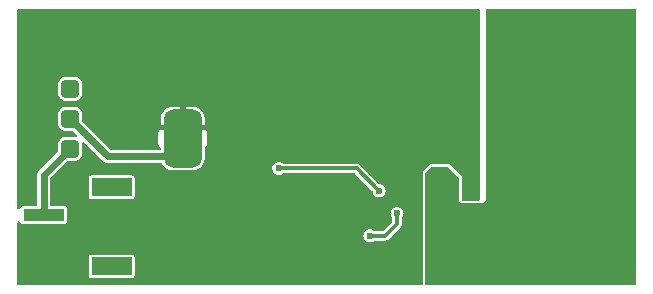
<source format=gbl>
G04 #@! TF.GenerationSoftware,KiCad,Pcbnew,(6.0.7)*
G04 #@! TF.CreationDate,2022-10-10T16:00:36+09:00*
G04 #@! TF.ProjectId,MainBoard,4d61696e-426f-4617-9264-2e6b69636164,rev?*
G04 #@! TF.SameCoordinates,Original*
G04 #@! TF.FileFunction,Copper,L2,Bot*
G04 #@! TF.FilePolarity,Positive*
%FSLAX46Y46*%
G04 Gerber Fmt 4.6, Leading zero omitted, Abs format (unit mm)*
G04 Created by KiCad (PCBNEW (6.0.7)) date 2022-10-10 16:00:36*
%MOMM*%
%LPD*%
G01*
G04 APERTURE LIST*
G04 Aperture macros list*
%AMRoundRect*
0 Rectangle with rounded corners*
0 $1 Rounding radius*
0 $2 $3 $4 $5 $6 $7 $8 $9 X,Y pos of 4 corners*
0 Add a 4 corners polygon primitive as box body*
4,1,4,$2,$3,$4,$5,$6,$7,$8,$9,$2,$3,0*
0 Add four circle primitives for the rounded corners*
1,1,$1+$1,$2,$3*
1,1,$1+$1,$4,$5*
1,1,$1+$1,$6,$7*
1,1,$1+$1,$8,$9*
0 Add four rect primitives between the rounded corners*
20,1,$1+$1,$2,$3,$4,$5,0*
20,1,$1+$1,$4,$5,$6,$7,0*
20,1,$1+$1,$6,$7,$8,$9,0*
20,1,$1+$1,$8,$9,$2,$3,0*%
G04 Aperture macros list end*
G04 #@! TA.AperFunction,ComponentPad*
%ADD10RoundRect,0.381000X0.381000X-0.381000X0.381000X0.381000X-0.381000X0.381000X-0.381000X-0.381000X0*%
G04 #@! TD*
G04 #@! TA.AperFunction,CastellatedPad*
%ADD11RoundRect,0.787500X-0.812500X-0.787500X0.812500X-0.787500X0.812500X0.787500X-0.812500X0.787500X0*%
G04 #@! TD*
G04 #@! TA.AperFunction,SMDPad,CuDef*
%ADD12R,3.500000X1.000000*%
G04 #@! TD*
G04 #@! TA.AperFunction,SMDPad,CuDef*
%ADD13R,3.400000X1.500000*%
G04 #@! TD*
G04 #@! TA.AperFunction,ViaPad*
%ADD14C,0.600000*%
G04 #@! TD*
G04 #@! TA.AperFunction,Conductor*
%ADD15C,0.600000*%
G04 #@! TD*
G04 #@! TA.AperFunction,Conductor*
%ADD16C,0.300000*%
G04 #@! TD*
G04 APERTURE END LIST*
D10*
X143764000Y-89154000D03*
X143764000Y-86614000D03*
X143764000Y-84074000D03*
D11*
X153314400Y-87400200D03*
X153314400Y-89155200D03*
D12*
X141530000Y-94758000D03*
X141530000Y-96758000D03*
D13*
X147280000Y-92408000D03*
X147280000Y-99108000D03*
D14*
X183388000Y-96647000D03*
X163957000Y-88265000D03*
X161442400Y-90805000D03*
X156083000Y-87249000D03*
X151638000Y-85344000D03*
X144526000Y-96901000D03*
X144526000Y-95250000D03*
X144526000Y-93599000D03*
X144526000Y-98552000D03*
X144526000Y-100203000D03*
X142367000Y-98806000D03*
X140208000Y-100203000D03*
X142367000Y-100203000D03*
X140208000Y-98806000D03*
X143256000Y-91440000D03*
X144780000Y-91440000D03*
X147320000Y-87884000D03*
X147320000Y-85598000D03*
X147320000Y-83312000D03*
X145542000Y-83312000D03*
X145542000Y-85598000D03*
X143764000Y-81915000D03*
X143764000Y-80010000D03*
X140208000Y-92964000D03*
X140208000Y-90932000D03*
X141732000Y-86360000D03*
X141732000Y-88900000D03*
X140208000Y-80010000D03*
X140208000Y-83820000D03*
X140208000Y-86360000D03*
X140208000Y-88900000D03*
X140208000Y-81915000D03*
X163957000Y-80010000D03*
X166116000Y-80010000D03*
X167894000Y-81280000D03*
X163957000Y-85598000D03*
X163957000Y-83312000D03*
X148717000Y-79756000D03*
X150368000Y-79756000D03*
X147066000Y-79756000D03*
X150368000Y-78232000D03*
X160274000Y-78232000D03*
X155194000Y-78232000D03*
X157734000Y-78232000D03*
X162560000Y-78232000D03*
X152654000Y-78232000D03*
X151638000Y-83185000D03*
X158750000Y-86106000D03*
X162052000Y-89408000D03*
X160401000Y-87757000D03*
X159385000Y-90805000D03*
X156083000Y-90805000D03*
X157734000Y-90805000D03*
X157734000Y-89027000D03*
X156083000Y-89027000D03*
X157734000Y-97663000D03*
X155194000Y-97663000D03*
X160274000Y-95123000D03*
X155194000Y-95123000D03*
X157734000Y-95123000D03*
X162814000Y-95123000D03*
X152654000Y-95123000D03*
X157734000Y-92583000D03*
X160274000Y-92583000D03*
X162814000Y-92583000D03*
X152654000Y-92583000D03*
X155194000Y-92583000D03*
X167487600Y-98298000D03*
X149860000Y-98933000D03*
X149860000Y-100203000D03*
X152273000Y-98425000D03*
X152273000Y-100203000D03*
X155194000Y-100203000D03*
X157734000Y-100203000D03*
X165100000Y-100203000D03*
X167386000Y-100203000D03*
X191008000Y-93853000D03*
X169291000Y-100203000D03*
X170561000Y-100203000D03*
X173228000Y-97663000D03*
X173228000Y-96520000D03*
X176784000Y-99949000D03*
X178181000Y-99949000D03*
X179578000Y-99949000D03*
X180975000Y-99949000D03*
X185115200Y-100203000D03*
X185166000Y-78740000D03*
X191008000Y-100203000D03*
X189738000Y-78740000D03*
X180594000Y-85598000D03*
X182880000Y-85598000D03*
X182880000Y-81026000D03*
X182880000Y-83312000D03*
X185089800Y-94742000D03*
X179705000Y-90678000D03*
X182880000Y-90678000D03*
X187198000Y-90424000D03*
X182880000Y-78740000D03*
X174498000Y-96901000D03*
X188976000Y-90424000D03*
X180594000Y-78740000D03*
X179705000Y-92075000D03*
X181102000Y-90678000D03*
X174599600Y-91084400D03*
X185115200Y-98552000D03*
X175564800Y-91084400D03*
X176530000Y-96901000D03*
X190119000Y-84582000D03*
X187833000Y-100203000D03*
X182880000Y-89027000D03*
X181102000Y-92075000D03*
X180594000Y-81026000D03*
X175514000Y-96901000D03*
X180594000Y-83312000D03*
X187756800Y-98501200D03*
X187452000Y-78740000D03*
X190119000Y-88138000D03*
X187833000Y-96621600D03*
X190119000Y-86360000D03*
X185115200Y-93218000D03*
X182880000Y-87249000D03*
X169164000Y-83185000D03*
X175006000Y-89662000D03*
X172720000Y-83312000D03*
X172720000Y-78740000D03*
X177673000Y-90678000D03*
X172720000Y-85598000D03*
X175006000Y-81026000D03*
X175006000Y-87630000D03*
X177673000Y-92075000D03*
X177292000Y-83312000D03*
X175006000Y-78740000D03*
X177292000Y-81026000D03*
X169164000Y-78486000D03*
X177292000Y-85598000D03*
X175006000Y-85598000D03*
X170942000Y-83185000D03*
X172720000Y-81026000D03*
X170942000Y-78486000D03*
X175006000Y-83312000D03*
X177292000Y-78740000D03*
X168325800Y-86029800D03*
X171450000Y-94615000D03*
X169164000Y-96520000D03*
X169926000Y-92710000D03*
D15*
X143764000Y-86614000D02*
X146939000Y-89789000D01*
X146939000Y-89789000D02*
X151765000Y-89789000D01*
D16*
X171450000Y-95504000D02*
X171450000Y-94615000D01*
X169164000Y-96520000D02*
X170434000Y-96520000D01*
X170434000Y-96520000D02*
X171450000Y-95504000D01*
D15*
X141530000Y-94758000D02*
X141530000Y-91388000D01*
X141530000Y-91388000D02*
X143764000Y-89154000D01*
D16*
X169926000Y-92710000D02*
X168021000Y-90805000D01*
X168021000Y-90805000D02*
X161442400Y-90805000D01*
G04 #@! TA.AperFunction,Conductor*
G36*
X191641621Y-77320502D02*
G01*
X191688114Y-77374158D01*
X191699500Y-77426500D01*
X191699500Y-100573500D01*
X191679498Y-100641621D01*
X191625842Y-100688114D01*
X191573500Y-100699500D01*
X173938200Y-100699500D01*
X173870079Y-100679498D01*
X173823586Y-100625842D01*
X173812200Y-100573500D01*
X173812200Y-91288990D01*
X173832202Y-91220869D01*
X173849105Y-91199895D01*
X174334095Y-90714905D01*
X174396407Y-90680879D01*
X174423190Y-90678000D01*
X175715810Y-90678000D01*
X175783931Y-90698002D01*
X175804905Y-90714905D01*
X176620095Y-91530095D01*
X176654121Y-91592407D01*
X176657000Y-91619190D01*
X176657000Y-93599000D01*
X176784000Y-93726000D01*
X178689000Y-93726000D01*
X178943000Y-93472000D01*
X178943000Y-77426500D01*
X178963002Y-77358379D01*
X179016658Y-77311886D01*
X179069000Y-77300500D01*
X191573500Y-77300500D01*
X191641621Y-77320502D01*
G37*
G04 #@! TD.AperFunction*
G04 #@! TA.AperFunction,Conductor*
G36*
X178377121Y-77320502D02*
G01*
X178423614Y-77374158D01*
X178435000Y-77426500D01*
X178435000Y-93419810D01*
X178414998Y-93487931D01*
X178398095Y-93508905D01*
X178344905Y-93562095D01*
X178282593Y-93596121D01*
X178255810Y-93599000D01*
X177090190Y-93599000D01*
X177022069Y-93578998D01*
X177001095Y-93562095D01*
X176947905Y-93508905D01*
X176913879Y-93446593D01*
X176911000Y-93419810D01*
X176911000Y-91440000D01*
X175895000Y-90424000D01*
X174244000Y-90424000D01*
X173659800Y-91008200D01*
X173659800Y-100573500D01*
X173639798Y-100641621D01*
X173586142Y-100688114D01*
X173533800Y-100699500D01*
X139426500Y-100699500D01*
X139358379Y-100679498D01*
X139311886Y-100625842D01*
X139300500Y-100573500D01*
X139300500Y-98332933D01*
X145325500Y-98332933D01*
X145325501Y-99883066D01*
X145340266Y-99957301D01*
X145396516Y-100041484D01*
X145480699Y-100097734D01*
X145554933Y-100112500D01*
X147279721Y-100112500D01*
X149005066Y-100112499D01*
X149040818Y-100105388D01*
X149067126Y-100100156D01*
X149067128Y-100100155D01*
X149079301Y-100097734D01*
X149089621Y-100090839D01*
X149089622Y-100090838D01*
X149153168Y-100048377D01*
X149163484Y-100041484D01*
X149219734Y-99957301D01*
X149234500Y-99883067D01*
X149234499Y-98332934D01*
X149219734Y-98258699D01*
X149163484Y-98174516D01*
X149079301Y-98118266D01*
X149005067Y-98103500D01*
X147280279Y-98103500D01*
X145554934Y-98103501D01*
X145519182Y-98110612D01*
X145492874Y-98115844D01*
X145492872Y-98115845D01*
X145480699Y-98118266D01*
X145470379Y-98125161D01*
X145470378Y-98125162D01*
X145409985Y-98165516D01*
X145396516Y-98174516D01*
X145340266Y-98258699D01*
X145325500Y-98332933D01*
X139300500Y-98332933D01*
X139300500Y-96520000D01*
X168604715Y-96520000D01*
X168623772Y-96664754D01*
X168626931Y-96672380D01*
X168661670Y-96756246D01*
X168679645Y-96799642D01*
X168701818Y-96828538D01*
X168760487Y-96904997D01*
X168768526Y-96915474D01*
X168775076Y-96920500D01*
X168775079Y-96920503D01*
X168877804Y-96999327D01*
X168884357Y-97004355D01*
X169019246Y-97060228D01*
X169164000Y-97079285D01*
X169172188Y-97078207D01*
X169300566Y-97061306D01*
X169308754Y-97060228D01*
X169443643Y-97004355D01*
X169513778Y-96950538D01*
X169579998Y-96924937D01*
X169590482Y-96924500D01*
X170498066Y-96924500D01*
X170507498Y-96921435D01*
X170507500Y-96921435D01*
X170519287Y-96917605D01*
X170538513Y-96912989D01*
X170550762Y-96911049D01*
X170560555Y-96909498D01*
X170580439Y-96899366D01*
X170598705Y-96891801D01*
X170610496Y-96887970D01*
X170619929Y-96884905D01*
X170637989Y-96871784D01*
X170654846Y-96861454D01*
X170674723Y-96851326D01*
X170697511Y-96828538D01*
X170697515Y-96828535D01*
X171758535Y-95767515D01*
X171758538Y-95767511D01*
X171781326Y-95744723D01*
X171791455Y-95724844D01*
X171801784Y-95707989D01*
X171809075Y-95697953D01*
X171814905Y-95689929D01*
X171821801Y-95668704D01*
X171829367Y-95650438D01*
X171834997Y-95639388D01*
X171839498Y-95630555D01*
X171842989Y-95608513D01*
X171847605Y-95589287D01*
X171851435Y-95577500D01*
X171851435Y-95577498D01*
X171854500Y-95568066D01*
X171854500Y-95041482D01*
X171874502Y-94973361D01*
X171880529Y-94964789D01*
X171934355Y-94894642D01*
X171990228Y-94759754D01*
X172009285Y-94615000D01*
X171990228Y-94470246D01*
X171934355Y-94335358D01*
X171858381Y-94236347D01*
X171850501Y-94226077D01*
X171850500Y-94226076D01*
X171845474Y-94219526D01*
X171838924Y-94214500D01*
X171838921Y-94214497D01*
X171736196Y-94135673D01*
X171736194Y-94135672D01*
X171729643Y-94130645D01*
X171594754Y-94074772D01*
X171450000Y-94055715D01*
X171441812Y-94056793D01*
X171313432Y-94073694D01*
X171313430Y-94073695D01*
X171305246Y-94074772D01*
X171257430Y-94094578D01*
X171177986Y-94127485D01*
X171177984Y-94127486D01*
X171170358Y-94130645D01*
X171054526Y-94219526D01*
X170965645Y-94335358D01*
X170909772Y-94470246D01*
X170890715Y-94615000D01*
X170909772Y-94759754D01*
X170965645Y-94894642D01*
X171019464Y-94964780D01*
X171045063Y-95030999D01*
X171045500Y-95041482D01*
X171045500Y-95284260D01*
X171025498Y-95352381D01*
X171008595Y-95373355D01*
X170303355Y-96078595D01*
X170241043Y-96112621D01*
X170214260Y-96115500D01*
X169590482Y-96115500D01*
X169522361Y-96095498D01*
X169513778Y-96089462D01*
X169450196Y-96040673D01*
X169450194Y-96040672D01*
X169443643Y-96035645D01*
X169308754Y-95979772D01*
X169164000Y-95960715D01*
X169155812Y-95961793D01*
X169027432Y-95978694D01*
X169027430Y-95978695D01*
X169019246Y-95979772D01*
X168971430Y-95999578D01*
X168891986Y-96032485D01*
X168891984Y-96032486D01*
X168884358Y-96035645D01*
X168768526Y-96124526D01*
X168679645Y-96240358D01*
X168623772Y-96375246D01*
X168604715Y-96520000D01*
X139300500Y-96520000D01*
X139300500Y-95405572D01*
X139320502Y-95337451D01*
X139374158Y-95290958D01*
X139444432Y-95280854D01*
X139509012Y-95310348D01*
X139539274Y-95352314D01*
X139540266Y-95357301D01*
X139596516Y-95441484D01*
X139680699Y-95497734D01*
X139754933Y-95512500D01*
X141529713Y-95512500D01*
X143305066Y-95512499D01*
X143340818Y-95505388D01*
X143367126Y-95500156D01*
X143367128Y-95500155D01*
X143379301Y-95497734D01*
X143389621Y-95490839D01*
X143389622Y-95490838D01*
X143453168Y-95448377D01*
X143463484Y-95441484D01*
X143519734Y-95357301D01*
X143534500Y-95283067D01*
X143534499Y-94232934D01*
X143519734Y-94158699D01*
X143504349Y-94135673D01*
X143470377Y-94084832D01*
X143463484Y-94074516D01*
X143379301Y-94018266D01*
X143305067Y-94003500D01*
X142210500Y-94003500D01*
X142142379Y-93983498D01*
X142095886Y-93929842D01*
X142084500Y-93877500D01*
X142084500Y-91669871D01*
X142095346Y-91632933D01*
X145325500Y-91632933D01*
X145325501Y-93183066D01*
X145340266Y-93257301D01*
X145347161Y-93267620D01*
X145347162Y-93267622D01*
X145387516Y-93328015D01*
X145396516Y-93341484D01*
X145480699Y-93397734D01*
X145554933Y-93412500D01*
X147279721Y-93412500D01*
X149005066Y-93412499D01*
X149040818Y-93405388D01*
X149067126Y-93400156D01*
X149067128Y-93400155D01*
X149079301Y-93397734D01*
X149089621Y-93390839D01*
X149089622Y-93390838D01*
X149153168Y-93348377D01*
X149163484Y-93341484D01*
X149219734Y-93257301D01*
X149234500Y-93183067D01*
X149234499Y-91632934D01*
X149219734Y-91558699D01*
X149163484Y-91474516D01*
X149079301Y-91418266D01*
X149005067Y-91403500D01*
X147280279Y-91403500D01*
X145554934Y-91403501D01*
X145519182Y-91410612D01*
X145492874Y-91415844D01*
X145492872Y-91415845D01*
X145480699Y-91418266D01*
X145470379Y-91425161D01*
X145470378Y-91425162D01*
X145455999Y-91434770D01*
X145396516Y-91474516D01*
X145340266Y-91558699D01*
X145325500Y-91632933D01*
X142095346Y-91632933D01*
X142104502Y-91601750D01*
X142121405Y-91580776D01*
X143494776Y-90207405D01*
X143557088Y-90173379D01*
X143583871Y-90170500D01*
X144178529Y-90170499D01*
X144209180Y-90170499D01*
X144228423Y-90168985D01*
X144238786Y-90168170D01*
X144238787Y-90168170D01*
X144245204Y-90167665D01*
X144251384Y-90165870D01*
X144251387Y-90165869D01*
X144391780Y-90125081D01*
X144391782Y-90125080D01*
X144399393Y-90122869D01*
X144537598Y-90041135D01*
X144651135Y-89927598D01*
X144732869Y-89789393D01*
X144735081Y-89781780D01*
X144775871Y-89641381D01*
X144775872Y-89641376D01*
X144777665Y-89635204D01*
X144780500Y-89599181D01*
X144780499Y-88718870D01*
X144800501Y-88650749D01*
X144854157Y-88604256D01*
X144924431Y-88594152D01*
X144989011Y-88623645D01*
X144995594Y-88629775D01*
X146536232Y-90170413D01*
X146539885Y-90174221D01*
X146570400Y-90207405D01*
X146582226Y-90220266D01*
X146589521Y-90224789D01*
X146589522Y-90224790D01*
X146619506Y-90243381D01*
X146629288Y-90250104D01*
X146645561Y-90262456D01*
X146664235Y-90276630D01*
X146672220Y-90279791D01*
X146672219Y-90279791D01*
X146678396Y-90282237D01*
X146698402Y-90292300D01*
X146704037Y-90295794D01*
X146704046Y-90295798D01*
X146711344Y-90300323D01*
X146719591Y-90302719D01*
X146753480Y-90312565D01*
X146764702Y-90316407D01*
X146805490Y-90332556D01*
X146819098Y-90333987D01*
X146820633Y-90334148D01*
X146842605Y-90338459D01*
X146857235Y-90342709D01*
X146868007Y-90343500D01*
X146903005Y-90343500D01*
X146916175Y-90344190D01*
X146930227Y-90345667D01*
X146948037Y-90347539D01*
X146956581Y-90348437D01*
X146975346Y-90345263D01*
X146996348Y-90343500D01*
X151455986Y-90343500D01*
X151524107Y-90363502D01*
X151572311Y-90421079D01*
X151574207Y-90425633D01*
X151579138Y-90437480D01*
X151582565Y-90442599D01*
X151582567Y-90442603D01*
X151660665Y-90559265D01*
X151692815Y-90607290D01*
X151837310Y-90751785D01*
X151842434Y-90755215D01*
X152001997Y-90862033D01*
X152002001Y-90862035D01*
X152007120Y-90865462D01*
X152012805Y-90867829D01*
X152012808Y-90867830D01*
X152185337Y-90939646D01*
X152195775Y-90943991D01*
X152201808Y-90945207D01*
X152201813Y-90945209D01*
X152322901Y-90969624D01*
X152396090Y-90984382D01*
X152400761Y-90984619D01*
X152400774Y-90984619D01*
X152402368Y-90984700D01*
X154226432Y-90984700D01*
X154228031Y-90984619D01*
X154228041Y-90984619D01*
X154228048Y-90984618D01*
X154232710Y-90984382D01*
X154305899Y-90969624D01*
X154426987Y-90945209D01*
X154426992Y-90945207D01*
X154433025Y-90943991D01*
X154443463Y-90939646D01*
X154615992Y-90867830D01*
X154615995Y-90867829D01*
X154621680Y-90865462D01*
X154626799Y-90862035D01*
X154626803Y-90862033D01*
X154711998Y-90805000D01*
X160883115Y-90805000D01*
X160902172Y-90949754D01*
X160905331Y-90957380D01*
X160933513Y-91025416D01*
X160958045Y-91084642D01*
X161046926Y-91200474D01*
X161053476Y-91205500D01*
X161053479Y-91205503D01*
X161151622Y-91280811D01*
X161162757Y-91289355D01*
X161297646Y-91345228D01*
X161442400Y-91364285D01*
X161450588Y-91363207D01*
X161578966Y-91346306D01*
X161587154Y-91345228D01*
X161722043Y-91289355D01*
X161767480Y-91254490D01*
X161792178Y-91235538D01*
X161858398Y-91209937D01*
X161868882Y-91209500D01*
X167801260Y-91209500D01*
X167869381Y-91229502D01*
X167890355Y-91246405D01*
X169338406Y-92694456D01*
X169372432Y-92756768D01*
X169374232Y-92767099D01*
X169385772Y-92854754D01*
X169441645Y-92989642D01*
X169530526Y-93105474D01*
X169537076Y-93110500D01*
X169537079Y-93110503D01*
X169639804Y-93189327D01*
X169646357Y-93194355D01*
X169763221Y-93242762D01*
X169768934Y-93245128D01*
X169781246Y-93250228D01*
X169926000Y-93269285D01*
X169934188Y-93268207D01*
X170062566Y-93251306D01*
X170070754Y-93250228D01*
X170083067Y-93245128D01*
X170088779Y-93242762D01*
X170205643Y-93194355D01*
X170212196Y-93189327D01*
X170314921Y-93110503D01*
X170314924Y-93110500D01*
X170321474Y-93105474D01*
X170410355Y-92989642D01*
X170466228Y-92854754D01*
X170485285Y-92710000D01*
X170466228Y-92565246D01*
X170410355Y-92430358D01*
X170321474Y-92314526D01*
X170314924Y-92309500D01*
X170314921Y-92309497D01*
X170212196Y-92230673D01*
X170212194Y-92230672D01*
X170205643Y-92225645D01*
X170070754Y-92169772D01*
X169983104Y-92158233D01*
X169918178Y-92129511D01*
X169910456Y-92122406D01*
X168284515Y-90496465D01*
X168284511Y-90496462D01*
X168261723Y-90473674D01*
X168241844Y-90463545D01*
X168224989Y-90453216D01*
X168214953Y-90445925D01*
X168206929Y-90440095D01*
X168185704Y-90433199D01*
X168167438Y-90425633D01*
X168164233Y-90424000D01*
X168147555Y-90415502D01*
X168125513Y-90412011D01*
X168106287Y-90407395D01*
X168094500Y-90403565D01*
X168094498Y-90403565D01*
X168085066Y-90400500D01*
X161868882Y-90400500D01*
X161800761Y-90380498D01*
X161792178Y-90374462D01*
X161728596Y-90325673D01*
X161728594Y-90325672D01*
X161722043Y-90320645D01*
X161587154Y-90264772D01*
X161442400Y-90245715D01*
X161434212Y-90246793D01*
X161305832Y-90263694D01*
X161305830Y-90263695D01*
X161297646Y-90264772D01*
X161281553Y-90271438D01*
X161170386Y-90317485D01*
X161170384Y-90317486D01*
X161162758Y-90320645D01*
X161132973Y-90343500D01*
X161054695Y-90403565D01*
X161046926Y-90409526D01*
X160958045Y-90525358D01*
X160902172Y-90660246D01*
X160883115Y-90805000D01*
X154711998Y-90805000D01*
X154786366Y-90755215D01*
X154791490Y-90751785D01*
X154935985Y-90607290D01*
X154968135Y-90559265D01*
X155046233Y-90442603D01*
X155046235Y-90442599D01*
X155049662Y-90437480D01*
X155054594Y-90425633D01*
X155125825Y-90254509D01*
X155128191Y-90248825D01*
X155129407Y-90242792D01*
X155129409Y-90242787D01*
X155167657Y-90053096D01*
X155168582Y-90048510D01*
X155168818Y-90043848D01*
X155168819Y-90043841D01*
X155168819Y-90043822D01*
X155168900Y-90042232D01*
X155168900Y-89106438D01*
X155188902Y-89038317D01*
X155228791Y-88999174D01*
X155232361Y-88996974D01*
X155243134Y-88991040D01*
X155264219Y-88980733D01*
X155274669Y-88975625D01*
X155282578Y-88967099D01*
X155285316Y-88965066D01*
X155287846Y-88962772D01*
X155297748Y-88956668D01*
X155304787Y-88947412D01*
X155304792Y-88947407D01*
X155319007Y-88928713D01*
X155326926Y-88919292D01*
X155342890Y-88902082D01*
X155350801Y-88893554D01*
X155355110Y-88882753D01*
X155356929Y-88879876D01*
X155358466Y-88876819D01*
X155365508Y-88867559D01*
X155375274Y-88833832D01*
X155379273Y-88822186D01*
X155392283Y-88789578D01*
X155392900Y-88783285D01*
X155392900Y-88780203D01*
X155393050Y-88777133D01*
X155393166Y-88777139D01*
X155393465Y-88771017D01*
X155396646Y-88760032D01*
X155393370Y-88722206D01*
X155392900Y-88711334D01*
X155392900Y-87877574D01*
X155393465Y-87866017D01*
X155396646Y-87855032D01*
X155393370Y-87817206D01*
X155392900Y-87806334D01*
X155392900Y-87797252D01*
X155391676Y-87790679D01*
X155390016Y-87778480D01*
X155387991Y-87755095D01*
X155387991Y-87755094D01*
X155386987Y-87743504D01*
X155381880Y-87733055D01*
X155380968Y-87729767D01*
X155379739Y-87726583D01*
X155377609Y-87715147D01*
X155359179Y-87685248D01*
X155353240Y-87674466D01*
X155342933Y-87653381D01*
X155337825Y-87642931D01*
X155329299Y-87635022D01*
X155327266Y-87632284D01*
X155324972Y-87629754D01*
X155318868Y-87619852D01*
X155309612Y-87612813D01*
X155309607Y-87612808D01*
X155290913Y-87598593D01*
X155281492Y-87590674D01*
X155264282Y-87574710D01*
X155264283Y-87574710D01*
X155255754Y-87566799D01*
X155244953Y-87562490D01*
X155242076Y-87560671D01*
X155239019Y-87559134D01*
X155229759Y-87552092D01*
X155196032Y-87542326D01*
X155184392Y-87538329D01*
X155151778Y-87525317D01*
X155145485Y-87524700D01*
X155142403Y-87524700D01*
X155139333Y-87524550D01*
X155139339Y-87524434D01*
X155133217Y-87524135D01*
X155122232Y-87520954D01*
X155084406Y-87524230D01*
X155073534Y-87524700D01*
X154779109Y-87524700D01*
X154709016Y-87503404D01*
X154705627Y-87501135D01*
X154621680Y-87444938D01*
X154615995Y-87442571D01*
X154615992Y-87442570D01*
X154486156Y-87388525D01*
X154430953Y-87343880D01*
X154408650Y-87276478D01*
X154426328Y-87207717D01*
X154478374Y-87159429D01*
X154534577Y-87146200D01*
X155150285Y-87146200D01*
X155165524Y-87141725D01*
X155166729Y-87140335D01*
X155168400Y-87132652D01*
X155168400Y-86514835D01*
X155168320Y-86511650D01*
X155168318Y-86511611D01*
X155167156Y-86502353D01*
X155128929Y-86312767D01*
X155125339Y-86301026D01*
X155051588Y-86123850D01*
X155045788Y-86113034D01*
X154939027Y-85953555D01*
X154931234Y-85944068D01*
X154795532Y-85808366D01*
X154786045Y-85800573D01*
X154626566Y-85693812D01*
X154615750Y-85688012D01*
X154438574Y-85614261D01*
X154426833Y-85610671D01*
X154237247Y-85572444D01*
X154227989Y-85571282D01*
X154227950Y-85571280D01*
X154224765Y-85571200D01*
X153586515Y-85571200D01*
X153571276Y-85575675D01*
X153570071Y-85577065D01*
X153568400Y-85584748D01*
X153568400Y-87128085D01*
X153579005Y-87164202D01*
X153579005Y-87235198D01*
X153540621Y-87294924D01*
X153476041Y-87324418D01*
X153458109Y-87325700D01*
X153174011Y-87325700D01*
X153105890Y-87305698D01*
X153059397Y-87252042D01*
X153049293Y-87181768D01*
X153053685Y-87172149D01*
X153051893Y-87171759D01*
X153060400Y-87132652D01*
X153060400Y-85589315D01*
X153055925Y-85574076D01*
X153054535Y-85572871D01*
X153046852Y-85571200D01*
X152404035Y-85571200D01*
X152400850Y-85571280D01*
X152400811Y-85571282D01*
X152391553Y-85572444D01*
X152201967Y-85610671D01*
X152190226Y-85614261D01*
X152013050Y-85688012D01*
X152002234Y-85693812D01*
X151842755Y-85800573D01*
X151833268Y-85808366D01*
X151697566Y-85944068D01*
X151689773Y-85953555D01*
X151583012Y-86113034D01*
X151577212Y-86123850D01*
X151503461Y-86301026D01*
X151499871Y-86312767D01*
X151461644Y-86502353D01*
X151460482Y-86511611D01*
X151460480Y-86511650D01*
X151460400Y-86514835D01*
X151460400Y-87128085D01*
X151464875Y-87143324D01*
X151466265Y-87144529D01*
X151473948Y-87146200D01*
X152094223Y-87146200D01*
X152162344Y-87166202D01*
X152208837Y-87219858D01*
X152218941Y-87290132D01*
X152189447Y-87354712D01*
X152142644Y-87388525D01*
X152012808Y-87442570D01*
X152012805Y-87442571D01*
X152007120Y-87444938D01*
X151923173Y-87501135D01*
X151919784Y-87503404D01*
X151849691Y-87524700D01*
X151588774Y-87524700D01*
X151577217Y-87524135D01*
X151566232Y-87520954D01*
X151528406Y-87524230D01*
X151517534Y-87524700D01*
X151508452Y-87524700D01*
X151502751Y-87525762D01*
X151502749Y-87525762D01*
X151501879Y-87525924D01*
X151489680Y-87527584D01*
X151466295Y-87529609D01*
X151466294Y-87529609D01*
X151454704Y-87530613D01*
X151444255Y-87535720D01*
X151440967Y-87536632D01*
X151437783Y-87537861D01*
X151426347Y-87539991D01*
X151406716Y-87552092D01*
X151396448Y-87558421D01*
X151385665Y-87564360D01*
X151354131Y-87579775D01*
X151346222Y-87588301D01*
X151343484Y-87590334D01*
X151340954Y-87592628D01*
X151331052Y-87598732D01*
X151324013Y-87607988D01*
X151324008Y-87607993D01*
X151309793Y-87626687D01*
X151301874Y-87636108D01*
X151277999Y-87661846D01*
X151273690Y-87672647D01*
X151271871Y-87675524D01*
X151270334Y-87678581D01*
X151263292Y-87687841D01*
X151260056Y-87699017D01*
X151253526Y-87721567D01*
X151249529Y-87733208D01*
X151236517Y-87765822D01*
X151235900Y-87772115D01*
X151235900Y-87775197D01*
X151235750Y-87778267D01*
X151235634Y-87778261D01*
X151235335Y-87784383D01*
X151232154Y-87795368D01*
X151233158Y-87806959D01*
X151235430Y-87833194D01*
X151235900Y-87844066D01*
X151235900Y-88677826D01*
X151235335Y-88689383D01*
X151232154Y-88700368D01*
X151234045Y-88722206D01*
X151235430Y-88738194D01*
X151235900Y-88749066D01*
X151235900Y-88758148D01*
X151236962Y-88763849D01*
X151236962Y-88763851D01*
X151237124Y-88764721D01*
X151238784Y-88776920D01*
X151238803Y-88777133D01*
X151241813Y-88811896D01*
X151246920Y-88822345D01*
X151247832Y-88825633D01*
X151249061Y-88828817D01*
X151251191Y-88840253D01*
X151261134Y-88856383D01*
X151269621Y-88870152D01*
X151275560Y-88880934D01*
X151290975Y-88912469D01*
X151299501Y-88920378D01*
X151301534Y-88923116D01*
X151303828Y-88925646D01*
X151309932Y-88935548D01*
X151319188Y-88942587D01*
X151319193Y-88942592D01*
X151337887Y-88956807D01*
X151347308Y-88964726D01*
X151373046Y-88988601D01*
X151383849Y-88992911D01*
X151386720Y-88994726D01*
X151389118Y-88995932D01*
X151390466Y-88997192D01*
X151391962Y-88998038D01*
X151392845Y-88998597D01*
X151393659Y-88999215D01*
X151393557Y-88999377D01*
X151397178Y-89001891D01*
X151399031Y-89003300D01*
X151398188Y-89004408D01*
X151440990Y-89044407D01*
X151458420Y-89113231D01*
X151435875Y-89180552D01*
X151380511Y-89224998D01*
X151332509Y-89234500D01*
X147220871Y-89234500D01*
X147152750Y-89214498D01*
X147131776Y-89197595D01*
X144817405Y-86883224D01*
X144783379Y-86820912D01*
X144780500Y-86794129D01*
X144780499Y-86171293D01*
X144780499Y-86168820D01*
X144777665Y-86132796D01*
X144732869Y-85978607D01*
X144651135Y-85840402D01*
X144537598Y-85726865D01*
X144399393Y-85645131D01*
X144391782Y-85642920D01*
X144391780Y-85642919D01*
X144251381Y-85602129D01*
X144251376Y-85602128D01*
X144245204Y-85600335D01*
X144223581Y-85598633D01*
X144211638Y-85597693D01*
X144211629Y-85597693D01*
X144209181Y-85597500D01*
X143764361Y-85597500D01*
X143318820Y-85597501D01*
X143299577Y-85599015D01*
X143289214Y-85599830D01*
X143289213Y-85599830D01*
X143282796Y-85600335D01*
X143276616Y-85602130D01*
X143276613Y-85602131D01*
X143136220Y-85642919D01*
X143136218Y-85642920D01*
X143128607Y-85645131D01*
X142990402Y-85726865D01*
X142876865Y-85840402D01*
X142795131Y-85978607D01*
X142792920Y-85986218D01*
X142792919Y-85986220D01*
X142752129Y-86126619D01*
X142752128Y-86126624D01*
X142750335Y-86132796D01*
X142749831Y-86139206D01*
X142747694Y-86166356D01*
X142747500Y-86168819D01*
X142747501Y-87059180D01*
X142750335Y-87095204D01*
X142752130Y-87101384D01*
X142752131Y-87101387D01*
X142775484Y-87181768D01*
X142795131Y-87249393D01*
X142799166Y-87256215D01*
X142799166Y-87256216D01*
X142840259Y-87325700D01*
X142876865Y-87387598D01*
X142990402Y-87501135D01*
X142997223Y-87505169D01*
X143087268Y-87558421D01*
X143128607Y-87582869D01*
X143136218Y-87585080D01*
X143136220Y-87585081D01*
X143276619Y-87625871D01*
X143276624Y-87625872D01*
X143282796Y-87627665D01*
X143304419Y-87629367D01*
X143316362Y-87630307D01*
X143316371Y-87630307D01*
X143318819Y-87630500D01*
X143349422Y-87630500D01*
X143944128Y-87630499D01*
X144012249Y-87650501D01*
X144033223Y-87667404D01*
X144288224Y-87922405D01*
X144322250Y-87984717D01*
X144317185Y-88055532D01*
X144274638Y-88112368D01*
X144208118Y-88137179D01*
X144199129Y-88137500D01*
X143494617Y-88137501D01*
X143318820Y-88137501D01*
X143299577Y-88139015D01*
X143289214Y-88139830D01*
X143289213Y-88139830D01*
X143282796Y-88140335D01*
X143276616Y-88142130D01*
X143276613Y-88142131D01*
X143136220Y-88182919D01*
X143136218Y-88182920D01*
X143128607Y-88185131D01*
X142990402Y-88266865D01*
X142876865Y-88380402D01*
X142795131Y-88518607D01*
X142792920Y-88526218D01*
X142792919Y-88526220D01*
X142752129Y-88666619D01*
X142752128Y-88666624D01*
X142750335Y-88672796D01*
X142747500Y-88708819D01*
X142747501Y-89044407D01*
X142747501Y-89334128D01*
X142727499Y-89402249D01*
X142710596Y-89423223D01*
X141148587Y-90985232D01*
X141144779Y-90988885D01*
X141098734Y-91031226D01*
X141094211Y-91038521D01*
X141094210Y-91038522D01*
X141075619Y-91068506D01*
X141068896Y-91078288D01*
X141042370Y-91113235D01*
X141039209Y-91121219D01*
X141036763Y-91127396D01*
X141026700Y-91147402D01*
X141023206Y-91153037D01*
X141023202Y-91153046D01*
X141018677Y-91160344D01*
X141016281Y-91168591D01*
X141006435Y-91202480D01*
X141002593Y-91213702D01*
X140986444Y-91254490D01*
X140985546Y-91263035D01*
X140984852Y-91269633D01*
X140980541Y-91291605D01*
X140976291Y-91306235D01*
X140975500Y-91317007D01*
X140975500Y-91352005D01*
X140974810Y-91365175D01*
X140970563Y-91405581D01*
X140973737Y-91424346D01*
X140975500Y-91445348D01*
X140975500Y-93877501D01*
X140955498Y-93945622D01*
X140901842Y-93992115D01*
X140849500Y-94003501D01*
X139754934Y-94003501D01*
X139719182Y-94010612D01*
X139692874Y-94015844D01*
X139692872Y-94015845D01*
X139680699Y-94018266D01*
X139670379Y-94025161D01*
X139670378Y-94025162D01*
X139624653Y-94055715D01*
X139596516Y-94074516D01*
X139540266Y-94158699D01*
X139539414Y-94162983D01*
X139498360Y-94213926D01*
X139430997Y-94236347D01*
X139362205Y-94218788D01*
X139313827Y-94166826D01*
X139300500Y-94110427D01*
X139300500Y-83628819D01*
X142747500Y-83628819D01*
X142747501Y-84519180D01*
X142750335Y-84555204D01*
X142795131Y-84709393D01*
X142876865Y-84847598D01*
X142990402Y-84961135D01*
X143128607Y-85042869D01*
X143136218Y-85045080D01*
X143136220Y-85045081D01*
X143276619Y-85085871D01*
X143276624Y-85085872D01*
X143282796Y-85087665D01*
X143304419Y-85089367D01*
X143316362Y-85090307D01*
X143316371Y-85090307D01*
X143318819Y-85090500D01*
X143763639Y-85090500D01*
X144209180Y-85090499D01*
X144228423Y-85088985D01*
X144238786Y-85088170D01*
X144238787Y-85088170D01*
X144245204Y-85087665D01*
X144251384Y-85085870D01*
X144251387Y-85085869D01*
X144391780Y-85045081D01*
X144391782Y-85045080D01*
X144399393Y-85042869D01*
X144537598Y-84961135D01*
X144651135Y-84847598D01*
X144732869Y-84709393D01*
X144775869Y-84561387D01*
X144775871Y-84561381D01*
X144775872Y-84561376D01*
X144777665Y-84555204D01*
X144779367Y-84533581D01*
X144780307Y-84521638D01*
X144780307Y-84521629D01*
X144780500Y-84519181D01*
X144780499Y-83628820D01*
X144777665Y-83592796D01*
X144732869Y-83438607D01*
X144651135Y-83300402D01*
X144537598Y-83186865D01*
X144399393Y-83105131D01*
X144391782Y-83102920D01*
X144391780Y-83102919D01*
X144251381Y-83062129D01*
X144251376Y-83062128D01*
X144245204Y-83060335D01*
X144223581Y-83058633D01*
X144211638Y-83057693D01*
X144211629Y-83057693D01*
X144209181Y-83057500D01*
X143764361Y-83057500D01*
X143318820Y-83057501D01*
X143299577Y-83059015D01*
X143289214Y-83059830D01*
X143289213Y-83059830D01*
X143282796Y-83060335D01*
X143276616Y-83062130D01*
X143276613Y-83062131D01*
X143136220Y-83102919D01*
X143136218Y-83102920D01*
X143128607Y-83105131D01*
X142990402Y-83186865D01*
X142876865Y-83300402D01*
X142795131Y-83438607D01*
X142792920Y-83446218D01*
X142792919Y-83446220D01*
X142752129Y-83586619D01*
X142752128Y-83586624D01*
X142750335Y-83592796D01*
X142749831Y-83599206D01*
X142747694Y-83626356D01*
X142747500Y-83628819D01*
X139300500Y-83628819D01*
X139300500Y-77426500D01*
X139320502Y-77358379D01*
X139374158Y-77311886D01*
X139426500Y-77300500D01*
X178309000Y-77300500D01*
X178377121Y-77320502D01*
G37*
G04 #@! TD.AperFunction*
M02*

</source>
